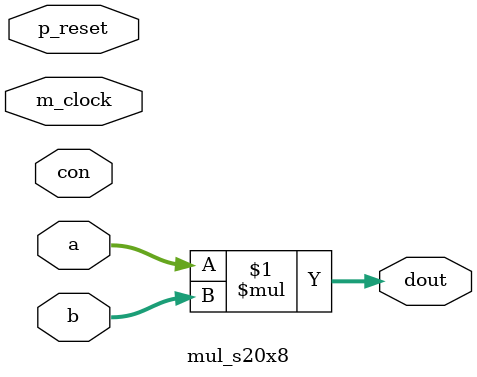
<source format=v>

module mul_s20x8 (
	p_reset, m_clock, a, b,
	dout, con
);
	input p_reset, m_clock;
	input signed [19:0] a;
	input signed [7:0] b;
	output signed [27:0] dout;
	input con;

	// -> t« 20x8=28 rbgæZ
	assign dout = a * b;

endmodule

</source>
